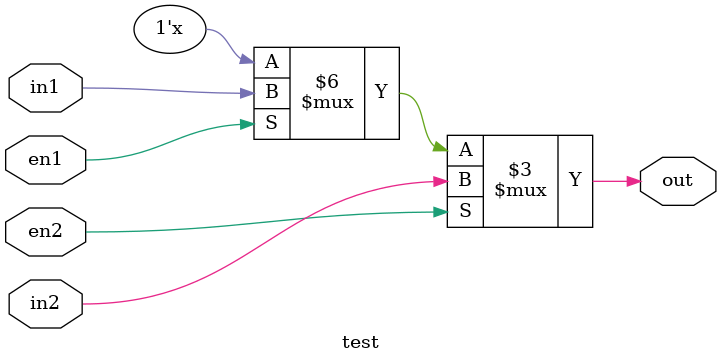
<source format=v>
module test(input in1, in2, en1, en2, output reg out);
always @(in1 or in2 or en1 or en2) begin
    if(en1) out = in1;
    if(en2) out = in2;
end	
endmodule	

</source>
